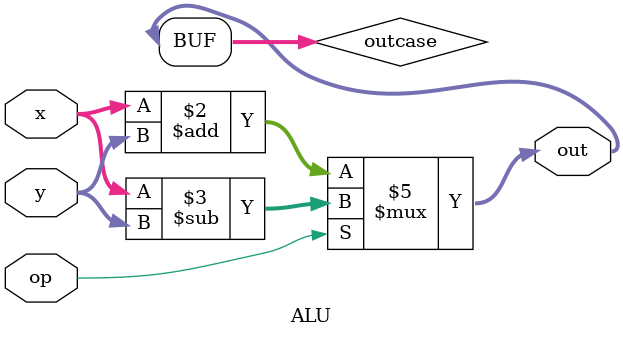
<source format=v>
module ALU(input [7:0] x,
           input [7:0] y,
           input op,
           output[8:0] out);

 reg [8:0] outcase;

always @* begin
   
   	case (op)
   		1'b0 : outcase = x + y;
   		default : outcase = x - y;
   	endcase
   end

assign out = outcase;

endmodule

</source>
